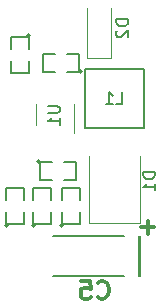
<source format=gbr>
%TF.GenerationSoftware,KiCad,Pcbnew,6.0.4-6f826c9f35~116~ubuntu20.04.1*%
%TF.CreationDate,2022-04-06T12:57:03+00:00*%
%TF.ProjectId,STEPUPDC02A,53544550-5550-4444-9330-32412e6b6963,rev?*%
%TF.SameCoordinates,Original*%
%TF.FileFunction,Legend,Bot*%
%TF.FilePolarity,Positive*%
%FSLAX46Y46*%
G04 Gerber Fmt 4.6, Leading zero omitted, Abs format (unit mm)*
G04 Created by KiCad (PCBNEW 6.0.4-6f826c9f35~116~ubuntu20.04.1) date 2022-04-06 12:57:03*
%MOMM*%
%LPD*%
G01*
G04 APERTURE LIST*
%ADD10C,0.150000*%
%ADD11C,0.304800*%
%ADD12C,0.120000*%
G04 APERTURE END LIST*
D10*
%TO.C,D1*%
X14882380Y18772095D02*
X13882380Y18772095D01*
X13882380Y18534000D01*
X13930000Y18391142D01*
X14025238Y18295904D01*
X14120476Y18248285D01*
X14310952Y18200666D01*
X14453809Y18200666D01*
X14644285Y18248285D01*
X14739523Y18295904D01*
X14834761Y18391142D01*
X14882380Y18534000D01*
X14882380Y18772095D01*
X14882380Y17248285D02*
X14882380Y17819714D01*
X14882380Y17534000D02*
X13882380Y17534000D01*
X14025238Y17629238D01*
X14120476Y17724476D01*
X14168095Y17819714D01*
%TO.C,L1*%
X11596666Y24566619D02*
X12072857Y24566619D01*
X12072857Y25566619D01*
X10739523Y24566619D02*
X11310952Y24566619D01*
X11025238Y24566619D02*
X11025238Y25566619D01*
X11120476Y25423761D01*
X11215714Y25328523D01*
X11310952Y25280904D01*
%TO.C,U1*%
X5802380Y24383904D02*
X6611904Y24383904D01*
X6707142Y24336285D01*
X6754761Y24288666D01*
X6802380Y24193428D01*
X6802380Y24002952D01*
X6754761Y23907714D01*
X6707142Y23860095D01*
X6611904Y23812476D01*
X5802380Y23812476D01*
X6802380Y22812476D02*
X6802380Y23383904D01*
X6802380Y23098190D02*
X5802380Y23098190D01*
X5945238Y23193428D01*
X6040476Y23288666D01*
X6088095Y23383904D01*
%TO.C,D2*%
X12612380Y31726095D02*
X11612380Y31726095D01*
X11612380Y31488000D01*
X11660000Y31345142D01*
X11755238Y31249904D01*
X11850476Y31202285D01*
X12040952Y31154666D01*
X12183809Y31154666D01*
X12374285Y31202285D01*
X12469523Y31249904D01*
X12564761Y31345142D01*
X12612380Y31488000D01*
X12612380Y31726095D01*
X11707619Y30773714D02*
X11660000Y30726095D01*
X11612380Y30630857D01*
X11612380Y30392761D01*
X11660000Y30297523D01*
X11707619Y30249904D01*
X11802857Y30202285D01*
X11898095Y30202285D01*
X12040952Y30249904D01*
X12612380Y30821333D01*
X12612380Y30202285D01*
D11*
%TO.C,C5*%
X10033000Y8218714D02*
X10105571Y8146142D01*
X10323285Y8073571D01*
X10468428Y8073571D01*
X10686142Y8146142D01*
X10831285Y8291285D01*
X10903857Y8436428D01*
X10976428Y8726714D01*
X10976428Y8944428D01*
X10903857Y9234714D01*
X10831285Y9379857D01*
X10686142Y9525000D01*
X10468428Y9597571D01*
X10323285Y9597571D01*
X10105571Y9525000D01*
X10033000Y9452428D01*
X8654142Y9597571D02*
X9379857Y9597571D01*
X9452428Y8871857D01*
X9379857Y8944428D01*
X9234714Y9017000D01*
X8871857Y9017000D01*
X8726714Y8944428D01*
X8654142Y8871857D01*
X8581571Y8726714D01*
X8581571Y8363857D01*
X8654142Y8218714D01*
X8726714Y8146142D01*
X8871857Y8073571D01*
X9234714Y8073571D01*
X9379857Y8146142D01*
X9452428Y8218714D01*
X14835051Y14125302D02*
X13673908Y14125302D01*
X14254480Y13544731D02*
X14254480Y14705874D01*
D12*
%TO.C,D1*%
X13580000Y14484000D02*
X13580000Y20184000D01*
X9280000Y14484000D02*
X9280000Y20184000D01*
X13580000Y14484000D02*
X9280000Y14484000D01*
D10*
%TO.C,L1*%
X8930000Y27519000D02*
X13930000Y27519000D01*
X13930000Y22519000D02*
X8930000Y22519000D01*
X8930000Y22519000D02*
X8930000Y27519000D01*
X13930000Y27519000D02*
X13930000Y22519000D01*
%TO.C,R1*%
X4191000Y27178000D02*
X4191000Y28194000D01*
X4191000Y29210000D02*
X4191000Y30226000D01*
X2667000Y27178000D02*
X4191000Y27178000D01*
X2667000Y30226000D02*
X2667000Y29210000D01*
X4191000Y30226000D02*
X2667000Y30226000D01*
X2667000Y28194000D02*
X2667000Y27178000D01*
X4318000Y30353000D02*
G75*
G03*
X4318000Y30353000I-127000J0D01*
G01*
D12*
%TO.C,U1*%
X4806000Y22802000D02*
X4806000Y24602000D01*
X8026000Y24602000D02*
X8026000Y22152000D01*
%TO.C,D2*%
X11160000Y28438000D02*
X9160000Y28438000D01*
X11160000Y32738000D02*
X11160000Y28438000D01*
X9160000Y28438000D02*
X9160000Y32738000D01*
D10*
%TO.C,C1*%
X2286000Y15430500D02*
X2286000Y14414500D01*
X3810000Y16446500D02*
X3810000Y17462500D01*
X3810000Y17462500D02*
X2286000Y17462500D01*
X2286000Y17462500D02*
X2286000Y16446500D01*
X3810000Y14414500D02*
X3810000Y15430500D01*
X2286000Y14414500D02*
X3810000Y14414500D01*
X2413000Y14287500D02*
G75*
G03*
X2413000Y14287500I-127000J0D01*
G01*
%TO.C,C2*%
X6985000Y15430500D02*
X6985000Y14414500D01*
X8509000Y14414500D02*
X8509000Y15430500D01*
X6985000Y17462500D02*
X6985000Y16446500D01*
X8509000Y16446500D02*
X8509000Y17462500D01*
X6985000Y14414500D02*
X8509000Y14414500D01*
X8509000Y17462500D02*
X6985000Y17462500D01*
X7112000Y14287500D02*
G75*
G03*
X7112000Y14287500I-127000J0D01*
G01*
%TO.C,C5*%
X14257020Y14737080D02*
X14257020Y13637260D01*
X6256020Y9984740D02*
X12255500Y9984740D01*
X6278880Y13385800D02*
X12278360Y13385800D01*
X14856460Y14236700D02*
X13657580Y14236700D01*
X13573760Y13385800D02*
X13573760Y9987280D01*
X13555980Y13383260D02*
X13555980Y9984740D01*
%TO.C,R2*%
X6096000Y16446500D02*
X6096000Y17462500D01*
X6096000Y17462500D02*
X4572000Y17462500D01*
X6096000Y14414500D02*
X6096000Y15430500D01*
X4572000Y17462500D02*
X4572000Y16446500D01*
X4572000Y14414500D02*
X6096000Y14414500D01*
X4572000Y15430500D02*
X4572000Y14414500D01*
X4699000Y14287500D02*
G75*
G03*
X4699000Y14287500I-127000J0D01*
G01*
%TO.C,R4*%
X8191500Y19685000D02*
X7175500Y19685000D01*
X5143500Y18161000D02*
X6159500Y18161000D01*
X8191500Y18161000D02*
X8191500Y19685000D01*
X5143500Y19685000D02*
X5143500Y18161000D01*
X7175500Y18161000D02*
X8191500Y18161000D01*
X6159500Y19685000D02*
X5143500Y19685000D01*
X5143500Y19685000D02*
G75*
G03*
X5143500Y19685000I-127000J0D01*
G01*
%TO.C,C6*%
X5397500Y28829000D02*
X5397500Y27305000D01*
X7429500Y27305000D02*
X8445500Y27305000D01*
X8445500Y28829000D02*
X7429500Y28829000D01*
X5397500Y27305000D02*
X6413500Y27305000D01*
X6413500Y28829000D02*
X5397500Y28829000D01*
X8445500Y27305000D02*
X8445500Y28829000D01*
X8699500Y27305000D02*
G75*
G03*
X8699500Y27305000I-127000J0D01*
G01*
%TD*%
M02*

</source>
